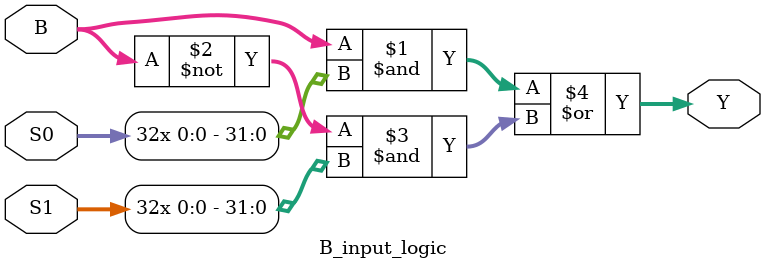
<source format=v>

module B_input_logic(
    input [31:0] B,
    input S0,
    input S1,
    output [31:0] Y
    );

    assign Y = (B & {32{S0}}) | (~B & {32{S1}});

endmodule

</source>
